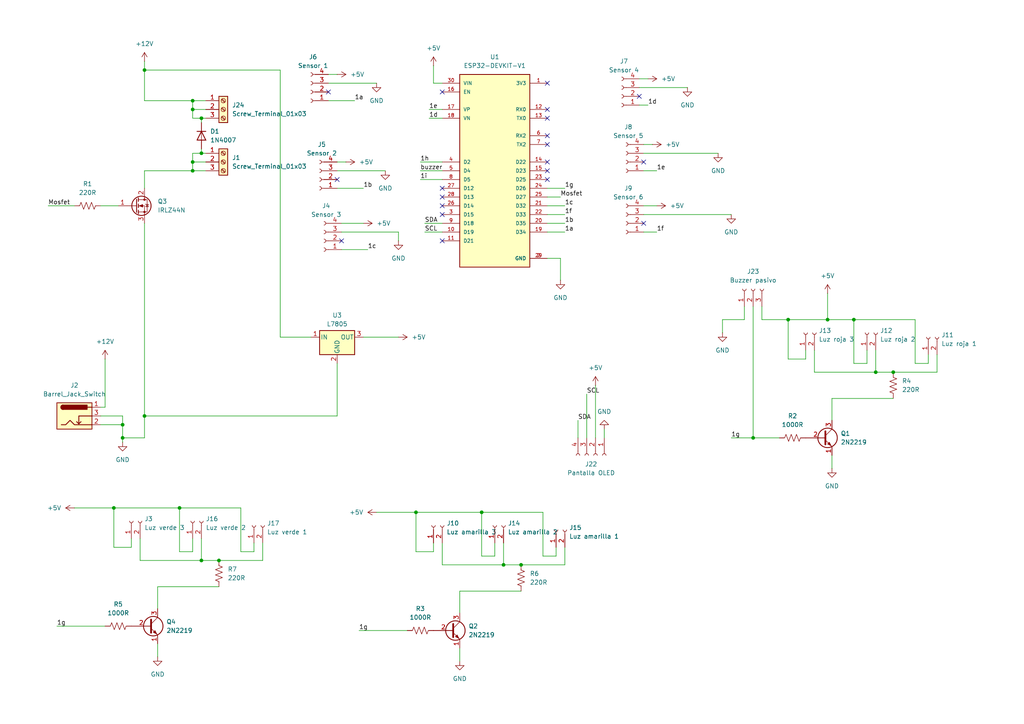
<source format=kicad_sch>
(kicad_sch (version 20231120) (generator "eeschema") (generator_version "8.0")
  (paper "A4")
  (lib_symbols
    (symbol "Connector:Barrel_Jack_Switch" (pin_names hide)
      (property "Reference" "J" (at 0 5.334 0))
      (property "Value" "Barrel_Jack_Switch" (at 0 -5.08 0))
      (symbol "Barrel_Jack_Switch_0_1"
        (rectangle (start -5.08 3.81) (end 5.08 -3.81) (stroke (width 0.254)) (fill (type background)))
        (arc (start -3.302 3.175) (mid -3.9343 2.54) (end -3.302 1.905) (stroke (width 0.254)))
        (arc (start -3.302 3.175) (mid -3.9343 2.54) (end -3.302 1.905) (stroke (width 0.254)) (fill (type outline)))
        (polyline (pts (xy 1.27 -2.286) (xy 1.905 -1.651)) (stroke (width 0.254)))
        (polyline (pts (xy 5.08 2.54) (xy 3.81 2.54)) (stroke (width 0.254)))
        (polyline (pts (xy 5.08 0) (xy 1.27 0) (xy 1.27 -2.286) (xy 0.635 -1.651)) (stroke (width 0.254)))
        (polyline (pts (xy -3.81 -2.54) (xy -2.54 -2.54) (xy -1.27 -1.27) (xy 0 -2.54) (xy 2.54 -2.54) (xy 5.08 -2.54)) (stroke (width 0.254)))
        (rectangle (start 3.683 3.175) (end -3.302 1.905) (stroke (width 0.254)) (fill (type outline)))
      )
      (symbol "Barrel_Jack_Switch_1_1"
        (pin passive line (at 7.62 2.54 180) (length 2.54) (name "~") (number "1"))
        (pin passive line (at 7.62 -2.54 180) (length 2.54) (name "~") (number "2"))
        (pin passive line (at 7.62 0 180) (length 2.54) (name "~") (number "3"))
      )
    )
    (symbol "Connector:Conn_01x02_Socket" (pin_names (offset 1.016) hide)
      (property "Reference" "J" (at 0 2.54 0))
      (property "Value" "Conn_01x02_Socket" (at 0 -5.08 0))
      (symbol "Conn_01x02_Socket_1_1"
        (arc (start 0 -2.032) (mid -0.5058 -2.54) (end 0 -3.048) (stroke (width 0.1524)))
        (polyline (pts (xy -1.27 -2.54) (xy -0.508 -2.54)) (stroke (width 0.1524)))
        (polyline (pts (xy -1.27 0) (xy -0.508 0)) (stroke (width 0.1524)))
        (arc (start 0 0.508) (mid -0.5058 0) (end 0 -0.508) (stroke (width 0.1524)))
        (pin passive line (at -5.08 0 0) (length 3.81) (name "Pin_1") (number "1"))
        (pin passive line (at -5.08 -2.54 0) (length 3.81) (name "Pin_2") (number "2"))
      )
    )
    (symbol "Connector:Conn_01x03_Socket" (pin_names (offset 1.016) hide)
      (property "Reference" "J" (at 0 5.08 0))
      (property "Value" "Conn_01x03_Socket" (at 0 -5.08 0))
      (symbol "Conn_01x03_Socket_1_1"
        (arc (start 0 -2.032) (mid -0.5058 -2.54) (end 0 -3.048) (stroke (width 0.1524)))
        (polyline (pts (xy -1.27 -2.54) (xy -0.508 -2.54)) (stroke (width 0.1524)))
        (polyline (pts (xy -1.27 0) (xy -0.508 0)) (stroke (width 0.1524)))
        (polyline (pts (xy -1.27 2.54) (xy -0.508 2.54)) (stroke (width 0.1524)))
        (arc (start 0 0.508) (mid -0.5058 0) (end 0 -0.508) (stroke (width 0.1524)))
        (arc (start 0 3.048) (mid -0.5058 2.54) (end 0 2.032) (stroke (width 0.1524)))
        (pin passive line (at -5.08 2.54 0) (length 3.81) (name "Pin_1") (number "1"))
        (pin passive line (at -5.08 0 0) (length 3.81) (name "Pin_2") (number "2"))
        (pin passive line (at -5.08 -2.54 0) (length 3.81) (name "Pin_3") (number "3"))
      )
    )
    (symbol "Connector:Conn_01x04_Socket" (pin_names (offset 1.016) hide)
      (property "Reference" "J" (at 0 5.08 0))
      (property "Value" "Conn_01x04_Socket" (at 0 -7.62 0))
      (symbol "Conn_01x04_Socket_1_1"
        (arc (start 0 -4.572) (mid -0.5058 -5.08) (end 0 -5.588) (stroke (width 0.1524)))
        (arc (start 0 -2.032) (mid -0.5058 -2.54) (end 0 -3.048) (stroke (width 0.1524)))
        (polyline (pts (xy -1.27 -5.08) (xy -0.508 -5.08)) (stroke (width 0.1524)))
        (polyline (pts (xy -1.27 -2.54) (xy -0.508 -2.54)) (stroke (width 0.1524)))
        (polyline (pts (xy -1.27 0) (xy -0.508 0)) (stroke (width 0.1524)))
        (polyline (pts (xy -1.27 2.54) (xy -0.508 2.54)) (stroke (width 0.1524)))
        (arc (start 0 0.508) (mid -0.5058 0) (end 0 -0.508) (stroke (width 0.1524)))
        (arc (start 0 3.048) (mid -0.5058 2.54) (end 0 2.032) (stroke (width 0.1524)))
        (pin passive line (at -5.08 2.54 0) (length 3.81) (name "Pin_1") (number "1"))
        (pin passive line (at -5.08 0 0) (length 3.81) (name "Pin_2") (number "2"))
        (pin passive line (at -5.08 -2.54 0) (length 3.81) (name "Pin_3") (number "3"))
        (pin passive line (at -5.08 -5.08 0) (length 3.81) (name "Pin_4") (number "4"))
      )
    )
    (symbol "Connector:Screw_Terminal_01x03" (pin_names (offset 1.016) hide)
      (property "Reference" "J" (at 0 5.08 0))
      (property "Value" "Screw_Terminal_01x03" (at 0 -5.08 0))
      (symbol "Screw_Terminal_01x03_1_1"
        (rectangle (start -1.27 3.81) (end 1.27 -3.81) (stroke (width 0.254)) (fill (type background)))
        (circle (center 0 -2.54) (radius 0.635) (stroke (width 0.1524)))
        (polyline (pts (xy -0.5334 -2.2098) (xy 0.3302 -3.048)) (stroke (width 0.1524)))
        (polyline (pts (xy -0.5334 0.3302) (xy 0.3302 -0.508)) (stroke (width 0.1524)))
        (polyline (pts (xy -0.5334 2.8702) (xy 0.3302 2.032)) (stroke (width 0.1524)))
        (polyline (pts (xy -0.3556 -2.032) (xy 0.508 -2.8702)) (stroke (width 0.1524)))
        (polyline (pts (xy -0.3556 0.508) (xy 0.508 -0.3302)) (stroke (width 0.1524)))
        (polyline (pts (xy -0.3556 3.048) (xy 0.508 2.2098)) (stroke (width 0.1524)))
        (circle (center 0 0) (radius 0.635) (stroke (width 0.1524)))
        (circle (center 0 2.54) (radius 0.635) (stroke (width 0.1524)))
        (pin passive line (at -5.08 2.54 0) (length 3.81) (name "Pin_1") (number "1"))
        (pin passive line (at -5.08 0 0) (length 3.81) (name "Pin_2") (number "2"))
        (pin passive line (at -5.08 -2.54 0) (length 3.81) (name "Pin_3") (number "3"))
      )
    )
    (symbol "Device:R_US" (pin_numbers hide) (pin_names (offset 0))
      (property "Reference" "R" (at 2.54 0 90))
      (property "Value" "R_US" (at -2.54 0 90))
      (symbol "R_US_0_1"
        (polyline (pts (xy 0 -2.286) (xy 0 -2.54)))
        (polyline (pts (xy 0 2.286) (xy 0 2.54)))
        (polyline (pts (xy 0 -0.762) (xy 1.016 -1.143) (xy 0 -1.524) (xy -1.016 -1.905) (xy 0 -2.286)))
        (polyline (pts (xy 0 0.762) (xy 1.016 0.381) (xy 0 0) (xy -1.016 -0.381) (xy 0 -0.762)))
        (polyline (pts (xy 0 2.286) (xy 1.016 1.905) (xy 0 1.524) (xy -1.016 1.143) (xy 0 0.762)))
      )
      (symbol "R_US_1_1"
        (pin passive line (at 0 3.81 270) (length 1.27) (name "~") (number "1"))
        (pin passive line (at 0 -3.81 90) (length 1.27) (name "~") (number "2"))
      )
    )
    (symbol "Diode:1N4007" (pin_numbers hide) (pin_names hide)
      (property "Reference" "D" (at 0 2.54 0))
      (property "Value" "1N4007" (at 0 -2.54 0))
      (symbol "1N4007_0_1"
        (polyline (pts (xy -1.27 1.27) (xy -1.27 -1.27)) (stroke (width 0.254)))
        (polyline (pts (xy 1.27 0) (xy -1.27 0)))
        (polyline (pts (xy 1.27 1.27) (xy 1.27 -1.27) (xy -1.27 0) (xy 1.27 1.27)) (stroke (width 0.254)))
      )
      (symbol "1N4007_1_1"
        (pin passive line (at -3.81 0 0) (length 2.54) (name "K") (number "1"))
        (pin passive line (at 3.81 0 180) (length 2.54) (name "A") (number "2"))
      )
    )
    (symbol "Regulator_Linear:L7805" (pin_names (offset 0.254))
      (property "Reference" "U" (at -3.81 3.175 0))
      (property "Value" "L7805" (at 0 3.175 0))
      (symbol "L7805_0_1"
        (rectangle (start -5.08 1.905) (end 5.08 -5.08) (stroke (width 0.254)) (fill (type background)))
      )
      (symbol "L7805_1_1"
        (pin power_in line (at -7.62 0 0) (length 2.54) (name "IN") (number "1"))
        (pin power_in line (at 0 -7.62 90) (length 2.54) (name "GND") (number "2"))
        (pin power_out line (at 7.62 0 180) (length 2.54) (name "OUT") (number "3"))
      )
    )
    (symbol "Transistor_BJT:2N2219" (pin_names (offset 0) hide)
      (property "Reference" "Q" (at 5.08 1.905 0))
      (property "Value" "2N2219" (at 5.08 0 0))
      (symbol "2N2219_0_1"
        (polyline (pts (xy 0.635 0.635) (xy 2.54 2.54)))
        (polyline (pts (xy 0.635 -0.635) (xy 2.54 -2.54) (xy 2.54 -2.54)))
        (polyline (pts (xy 0.635 1.905) (xy 0.635 -1.905) (xy 0.635 -1.905)) (stroke (width 0.508)))
        (polyline (pts (xy 1.27 -1.778) (xy 1.778 -1.27) (xy 2.286 -2.286) (xy 1.27 -1.778) (xy 1.27 -1.778)) (fill (type outline)))
        (circle (center 1.27 0) (radius 2.8194) (stroke (width 0.254)))
      )
      (symbol "2N2219_1_1"
        (pin passive line (at 2.54 -5.08 90) (length 2.54) (name "E") (number "1"))
        (pin passive line (at -5.08 0 0) (length 5.715) (name "B") (number "2"))
        (pin passive line (at 2.54 5.08 270) (length 2.54) (name "C") (number "3"))
      )
    )
    (symbol "Transistor_FET:IRLZ44N" (pin_names hide)
      (property "Reference" "Q" (at 5.08 1.905 0))
      (property "Value" "IRLZ44N" (at 5.08 0 0))
      (symbol "IRLZ44N_0_1"
        (polyline (pts (xy 0.254 0) (xy -2.54 0)))
        (polyline (pts (xy 0.254 1.905) (xy 0.254 -1.905)) (stroke (width 0.254)))
        (polyline (pts (xy 0.762 -1.27) (xy 0.762 -2.286)) (stroke (width 0.254)))
        (polyline (pts (xy 0.762 0.508) (xy 0.762 -0.508)) (stroke (width 0.254)))
        (polyline (pts (xy 0.762 2.286) (xy 0.762 1.27)) (stroke (width 0.254)))
        (polyline (pts (xy 2.54 2.54) (xy 2.54 1.778)))
        (polyline (pts (xy 2.54 -2.54) (xy 2.54 0) (xy 0.762 0)))
        (polyline (pts (xy 0.762 -1.778) (xy 3.302 -1.778) (xy 3.302 1.778) (xy 0.762 1.778)))
        (polyline (pts (xy 1.016 0) (xy 2.032 0.381) (xy 2.032 -0.381) (xy 1.016 0)) (fill (type outline)))
        (polyline (pts (xy 2.794 0.508) (xy 2.921 0.381) (xy 3.683 0.381) (xy 3.81 0.254)))
        (polyline (pts (xy 3.302 0.381) (xy 2.921 -0.254) (xy 3.683 -0.254) (xy 3.302 0.381)))
        (circle (center 1.651 0) (radius 2.794) (stroke (width 0.254)))
        (circle (center 2.54 -1.778) (radius 0.254) (fill (type outline)))
        (circle (center 2.54 1.778) (radius 0.254) (fill (type outline)))
      )
      (symbol "IRLZ44N_1_1"
        (pin input line (at -5.08 0 0) (length 2.54) (name "G") (number "1"))
        (pin passive line (at 2.54 5.08 270) (length 2.54) (name "D") (number "2"))
        (pin passive line (at 2.54 -5.08 90) (length 2.54) (name "S") (number "3"))
      )
    )
    (symbol "devkit-esp32:ESP32-DEVKIT-V1" (pin_names (offset 1.016))
      (property "Reference" "U" (at -10.16 30.48 0))
      (property "Value" "ESP32-DEVKIT-V1" (at -10.16 -30.48 0))
      (symbol "ESP32-DEVKIT-V1_0_0"
        (rectangle (start -10.16 -27.94) (end 10.16 27.94) (stroke (width 0.254)) (fill (type background)))
        (pin output line (at 15.24 25.4 180) (length 5.08) (name "3V3") (number "1"))
        (pin bidirectional line (at -15.24 -17.78 0) (length 5.08) (name "D19") (number "10"))
        (pin bidirectional line (at -15.24 -20.32 0) (length 5.08) (name "D21") (number "11"))
        (pin input line (at 15.24 17.78 180) (length 5.08) (name "RX0") (number "12"))
        (pin output line (at 15.24 15.24 180) (length 5.08) (name "TX0") (number "13"))
        (pin bidirectional line (at 15.24 2.54 180) (length 5.08) (name "D22") (number "14"))
        (pin bidirectional line (at 15.24 0 180) (length 5.08) (name "D23") (number "15"))
        (pin input line (at -15.24 22.86 0) (length 5.08) (name "EN") (number "16"))
        (pin bidirectional line (at -15.24 17.78 0) (length 5.08) (name "VP") (number "17"))
        (pin bidirectional line (at -15.24 15.24 0) (length 5.08) (name "VN") (number "18"))
        (pin bidirectional line (at 15.24 -17.78 180) (length 5.08) (name "D34") (number "19"))
        (pin power_in line (at 15.24 -25.4 180) (length 5.08) (name "GND") (number "2"))
        (pin bidirectional line (at 15.24 -15.24 180) (length 5.08) (name "D35") (number "20"))
        (pin bidirectional line (at 15.24 -10.16 180) (length 5.08) (name "D32") (number "21"))
        (pin bidirectional line (at 15.24 -12.7 180) (length 5.08) (name "D33") (number "22"))
        (pin bidirectional line (at 15.24 -2.54 180) (length 5.08) (name "D25") (number "23"))
        (pin bidirectional line (at 15.24 -5.08 180) (length 5.08) (name "D26") (number "24"))
        (pin bidirectional line (at 15.24 -7.62 180) (length 5.08) (name "D27") (number "25"))
        (pin bidirectional line (at -15.24 -10.16 0) (length 5.08) (name "D14") (number "26"))
        (pin bidirectional line (at -15.24 -5.08 0) (length 5.08) (name "D12") (number "27"))
        (pin bidirectional line (at -15.24 -7.62 0) (length 5.08) (name "D13") (number "28"))
        (pin power_in line (at 15.24 -25.4 180) (length 5.08) (name "GND") (number "29"))
        (pin bidirectional line (at -15.24 -12.7 0) (length 5.08) (name "D15") (number "3"))
        (pin input line (at -15.24 25.4 0) (length 5.08) (name "VIN") (number "30"))
        (pin bidirectional line (at -15.24 2.54 0) (length 5.08) (name "D2") (number "4"))
        (pin bidirectional line (at -15.24 0 0) (length 5.08) (name "D4") (number "5"))
        (pin input line (at 15.24 10.16 180) (length 5.08) (name "RX2") (number "6"))
        (pin output line (at 15.24 7.62 180) (length 5.08) (name "TX2") (number "7"))
        (pin bidirectional line (at -15.24 -2.54 0) (length 5.08) (name "D5") (number "8"))
        (pin bidirectional line (at -15.24 -15.24 0) (length 5.08) (name "D18") (number "9"))
      )
    )
    (symbol "power:+12V" (power) (pin_numbers hide) (pin_names (offset 0) hide)
      (property "Value" "+12V" (at 0 3.556 0))
      (symbol "+12V_0_1"
        (polyline (pts (xy -0.762 1.27) (xy 0 2.54)))
        (polyline (pts (xy 0 0) (xy 0 2.54)))
        (polyline (pts (xy 0 2.54) (xy 0.762 1.27)))
      )
      (symbol "+12V_1_1"
        (pin power_in line (at 0 0 90) (length 0) (name "~") (number "1"))
      )
    )
    (symbol "power:+5V" (power) (pin_numbers hide) (pin_names (offset 0) hide)
      (property "Value" "+5V" (at 0 3.556 0))
      (symbol "+5V_0_1"
        (polyline (pts (xy -0.762 1.27) (xy 0 2.54)))
        (polyline (pts (xy 0 0) (xy 0 2.54)))
        (polyline (pts (xy 0 2.54) (xy 0.762 1.27)))
      )
      (symbol "+5V_1_1"
        (pin power_in line (at 0 0 90) (length 0) (name "~") (number "1"))
      )
    )
    (symbol "power:GND" (power) (pin_numbers hide) (pin_names (offset 0) hide)
      (property "Value" "GND" (at 0 -3.81 0))
      (symbol "GND_0_1"
        (polyline (pts (xy 0 0) (xy 0 -1.27) (xy 1.27 -1.27) (xy 0 -2.54) (xy -1.27 -1.27) (xy 0 -1.27)))
      )
      (symbol "GND_1_1"
        (pin power_in line (at 0 0 270) (length 0) (name "~") (number "1"))
      )
    )
  )
  (junction (at 35.56 123.19))
  (junction (at 35.56 127))
  (junction (at 58.42 162.56))
  (junction (at 55.88 31.75))
  (junction (at 247.65 92.71))
  (junction (at 254 107.95))
  (junction (at 240.03 92.71))
  (junction (at 146.05 163.83))
  (junction (at 52.07 147.32))
  (junction (at 33.02 147.32))
  (junction (at 139.7 148.59))
  (junction (at 259.08 107.95))
  (junction (at 58.42 44.45))
  (junction (at 58.42 34.29))
  (junction (at 55.88 49.53))
  (junction (at 41.91 120.65))
  (junction (at 151.13 163.83))
  (junction (at 41.91 20.32))
  (junction (at 120.65 148.59))
  (junction (at 63.5 162.56))
  (junction (at 55.88 46.99))
  (junction (at 55.88 29.21))
  (junction (at 218.44 127))
  (junction (at 228.6 92.71))
  (no_connect (at 128.27 57.15))
  (no_connect (at 158.75 46.99))
  (no_connect (at 128.27 26.67))
  (no_connect (at 99.06 69.85))
  (no_connect (at 158.75 24.13))
  (no_connect (at 158.75 52.07))
  (no_connect (at 158.75 49.53))
  (no_connect (at 128.27 54.61))
  (no_connect (at 95.25 26.67))
  (no_connect (at 186.69 64.77))
  (no_connect (at 185.42 27.94))
  (no_connect (at 158.75 41.91))
  (no_connect (at 128.27 59.69))
  (no_connect (at 158.75 34.29))
  (no_connect (at 158.75 39.37))
  (no_connect (at 128.27 62.23))
  (no_connect (at 97.79 52.07))
  (no_connect (at 158.75 31.75))
  (no_connect (at 128.27 69.85))
  (no_connect (at 186.69 46.99))
  (wire (pts (xy 218.44 127) (xy 226.06 127)))
  (wire (pts (xy 157.48 148.59) (xy 157.48 161.29)))
  (wire (pts (xy 161.29 161.29) (xy 157.48 161.29)))
  (wire (pts (xy 241.3 115.57) (xy 259.08 115.57)))
  (wire (pts (xy 55.88 49.53) (xy 59.69 49.53)))
  (wire (pts (xy 199.39 25.4) (xy 185.42 25.4)))
  (wire (pts (xy 41.91 29.21) (xy 55.88 29.21)))
  (wire (pts (xy 40.64 162.56) (xy 58.42 162.56)))
  (wire (pts (xy 241.3 121.92) (xy 241.3 115.57)))
  (wire (pts (xy 55.88 29.21) (xy 59.69 29.21)))
  (wire (pts (xy 13.97 59.69) (xy 21.59 59.69)))
  (wire (pts (xy 115.57 67.31) (xy 115.57 69.85)))
  (wire (pts (xy 271.78 107.95) (xy 271.78 102.87)))
  (wire (pts (xy 172.72 111.76) (xy 172.72 127)))
  (wire (pts (xy 187.96 22.86) (xy 185.42 22.86)))
  (wire (pts (xy 151.13 163.83) (xy 163.83 163.83)))
  (wire (pts (xy 251.46 101.6) (xy 251.46 105.41)))
  (wire (pts (xy 58.42 162.56) (xy 63.5 162.56)))
  (wire (pts (xy 186.69 49.53) (xy 190.5 49.53)))
  (wire (pts (xy 228.6 92.71) (xy 228.6 104.14)))
  (wire (pts (xy 55.88 46.99) (xy 55.88 49.53)))
  (wire (pts (xy 59.69 31.75) (xy 55.88 31.75)))
  (wire (pts (xy 158.75 67.31) (xy 163.83 67.31)))
  (wire (pts (xy 215.9 88.9) (xy 215.9 92.71)))
  (wire (pts (xy 139.7 148.59) (xy 157.48 148.59)))
  (wire (pts (xy 162.56 74.93) (xy 162.56 81.28)))
  (wire (pts (xy 158.75 74.93) (xy 162.56 74.93)))
  (wire (pts (xy 97.79 54.61) (xy 105.41 54.61)))
  (wire (pts (xy 121.92 52.07) (xy 128.27 52.07)))
  (wire (pts (xy 146.05 157.48) (xy 146.05 163.83)))
  (wire (pts (xy 120.65 148.59) (xy 139.7 148.59)))
  (wire (pts (xy 41.91 20.32) (xy 41.91 29.21)))
  (wire (pts (xy 29.21 120.65) (xy 35.56 120.65)))
  (wire (pts (xy 209.55 92.71) (xy 209.55 96.52)))
  (wire (pts (xy 247.65 92.71) (xy 247.65 105.41)))
  (wire (pts (xy 59.69 44.45) (xy 58.42 44.45)))
  (wire (pts (xy 38.1 156.21) (xy 38.1 158.75)))
  (wire (pts (xy 40.64 156.21) (xy 40.64 162.56)))
  (wire (pts (xy 58.42 156.21) (xy 58.42 162.56)))
  (wire (pts (xy 21.59 147.32) (xy 33.02 147.32)))
  (wire (pts (xy 218.44 88.9) (xy 218.44 127)))
  (wire (pts (xy 35.56 120.65) (xy 35.56 123.19)))
  (wire (pts (xy 45.72 170.18) (xy 63.5 170.18)))
  (wire (pts (xy 69.85 147.32) (xy 69.85 160.02)))
  (wire (pts (xy 55.88 46.99) (xy 59.69 46.99)))
  (wire (pts (xy 175.26 124.46) (xy 175.26 127)))
  (wire (pts (xy 111.76 49.53) (xy 97.79 49.53)))
  (wire (pts (xy 233.68 101.6) (xy 233.68 104.14)))
  (wire (pts (xy 189.23 41.91) (xy 186.69 41.91)))
  (wire (pts (xy 125.73 19.05) (xy 125.73 24.13)))
  (wire (pts (xy 220.98 88.9) (xy 220.98 92.71)))
  (wire (pts (xy 123.19 67.31) (xy 128.27 67.31)))
  (wire (pts (xy 158.75 57.15) (xy 162.56 57.15)))
  (wire (pts (xy 30.48 104.14) (xy 30.48 118.11)))
  (wire (pts (xy 247.65 92.71) (xy 265.43 92.71)))
  (wire (pts (xy 128.27 24.13) (xy 125.73 24.13)))
  (wire (pts (xy 63.5 162.56) (xy 76.2 162.56)))
  (wire (pts (xy 139.7 148.59) (xy 139.7 161.29)))
  (wire (pts (xy 109.22 148.59) (xy 120.65 148.59)))
  (wire (pts (xy 99.06 64.77) (xy 105.41 64.77)))
  (wire (pts (xy 125.73 157.48) (xy 125.73 160.02)))
  (wire (pts (xy 41.91 120.65) (xy 41.91 127)))
  (wire (pts (xy 121.92 49.53) (xy 128.27 49.53)))
  (wire (pts (xy 241.3 132.08) (xy 241.3 135.89)))
  (wire (pts (xy 73.66 160.02) (xy 69.85 160.02)))
  (wire (pts (xy 228.6 104.14) (xy 233.68 104.14)))
  (wire (pts (xy 128.27 163.83) (xy 146.05 163.83)))
  (wire (pts (xy 95.25 29.21) (xy 102.87 29.21)))
  (wire (pts (xy 133.35 187.96) (xy 133.35 191.77)))
  (wire (pts (xy 73.66 157.48) (xy 73.66 160.02)))
  (wire (pts (xy 97.79 21.59) (xy 95.25 21.59)))
  (wire (pts (xy 146.05 163.83) (xy 151.13 163.83)))
  (wire (pts (xy 41.91 64.77) (xy 41.91 120.65)))
  (wire (pts (xy 97.79 105.41) (xy 97.79 120.65)))
  (wire (pts (xy 240.03 85.09) (xy 240.03 92.71)))
  (wire (pts (xy 265.43 92.71) (xy 265.43 105.41)))
  (wire (pts (xy 215.9 92.71) (xy 209.55 92.71)))
  (wire (pts (xy 59.69 34.29) (xy 58.42 34.29)))
  (wire (pts (xy 41.91 20.32) (xy 81.28 20.32)))
  (wire (pts (xy 55.88 156.21) (xy 55.88 160.02)))
  (wire (pts (xy 212.09 127) (xy 218.44 127)))
  (wire (pts (xy 128.27 157.48) (xy 128.27 163.83)))
  (wire (pts (xy 186.69 67.31) (xy 190.5 67.31)))
  (wire (pts (xy 41.91 49.53) (xy 41.91 54.61)))
  (wire (pts (xy 55.88 29.21) (xy 55.88 31.75)))
  (wire (pts (xy 251.46 105.41) (xy 247.65 105.41)))
  (wire (pts (xy 259.08 107.95) (xy 271.78 107.95)))
  (wire (pts (xy 124.46 31.75) (xy 128.27 31.75)))
  (wire (pts (xy 186.69 59.69) (xy 190.5 59.69)))
  (wire (pts (xy 143.51 157.48) (xy 143.51 161.29)))
  (wire (pts (xy 158.75 62.23) (xy 163.83 62.23)))
  (wire (pts (xy 41.91 49.53) (xy 55.88 49.53)))
  (wire (pts (xy 123.19 64.77) (xy 128.27 64.77)))
  (wire (pts (xy 161.29 158.75) (xy 161.29 161.29)))
  (wire (pts (xy 55.88 44.45) (xy 55.88 46.99)))
  (wire (pts (xy 41.91 17.78) (xy 41.91 20.32)))
  (wire (pts (xy 76.2 162.56) (xy 76.2 157.48)))
  (wire (pts (xy 41.91 120.65) (xy 97.79 120.65)))
  (wire (pts (xy 186.69 62.23) (xy 212.09 62.23)))
  (wire (pts (xy 29.21 118.11) (xy 30.48 118.11)))
  (wire (pts (xy 133.35 177.8) (xy 133.35 171.45)))
  (wire (pts (xy 269.24 105.41) (xy 265.43 105.41)))
  (wire (pts (xy 109.22 24.13) (xy 95.25 24.13)))
  (wire (pts (xy 41.91 127) (xy 35.56 127)))
  (wire (pts (xy 52.07 147.32) (xy 52.07 160.02)))
  (wire (pts (xy 105.41 97.79) (xy 115.57 97.79)))
  (wire (pts (xy 254 107.95) (xy 259.08 107.95)))
  (wire (pts (xy 55.88 31.75) (xy 55.88 34.29)))
  (wire (pts (xy 29.21 123.19) (xy 35.56 123.19)))
  (wire (pts (xy 81.28 20.32) (xy 81.28 97.79)))
  (wire (pts (xy 45.72 186.69) (xy 45.72 190.5)))
  (wire (pts (xy 55.88 34.29) (xy 58.42 34.29)))
  (wire (pts (xy 167.64 121.92) (xy 167.64 127)))
  (wire (pts (xy 228.6 92.71) (xy 240.03 92.71)))
  (wire (pts (xy 185.42 30.48) (xy 187.96 30.48)))
  (wire (pts (xy 120.65 148.59) (xy 120.65 160.02)))
  (wire (pts (xy 35.56 123.19) (xy 35.56 127)))
  (wire (pts (xy 29.21 59.69) (xy 34.29 59.69)))
  (wire (pts (xy 236.22 107.95) (xy 254 107.95)))
  (wire (pts (xy 236.22 101.6) (xy 236.22 107.95)))
  (wire (pts (xy 240.03 92.71) (xy 247.65 92.71)))
  (wire (pts (xy 186.69 44.45) (xy 208.28 44.45)))
  (wire (pts (xy 133.35 171.45) (xy 151.13 171.45)))
  (wire (pts (xy 158.75 59.69) (xy 163.83 59.69)))
  (wire (pts (xy 45.72 176.53) (xy 45.72 170.18)))
  (wire (pts (xy 120.65 160.02) (xy 125.73 160.02)))
  (wire (pts (xy 52.07 147.32) (xy 69.85 147.32)))
  (wire (pts (xy 58.42 44.45) (xy 58.42 43.18)))
  (wire (pts (xy 58.42 34.29) (xy 58.42 35.56)))
  (wire (pts (xy 81.28 97.79) (xy 90.17 97.79)))
  (wire (pts (xy 33.02 147.32) (xy 33.02 158.75)))
  (wire (pts (xy 104.14 182.88) (xy 118.11 182.88)))
  (wire (pts (xy 124.46 34.29) (xy 128.27 34.29)))
  (wire (pts (xy 35.56 127) (xy 35.56 128.27)))
  (wire (pts (xy 220.98 92.71) (xy 228.6 92.71)))
  (wire (pts (xy 33.02 158.75) (xy 38.1 158.75)))
  (wire (pts (xy 100.33 46.99) (xy 97.79 46.99)))
  (wire (pts (xy 143.51 161.29) (xy 139.7 161.29)))
  (wire (pts (xy 99.06 67.31) (xy 115.57 67.31)))
  (wire (pts (xy 121.92 46.99) (xy 128.27 46.99)))
  (wire (pts (xy 170.18 114.3) (xy 170.18 127)))
  (wire (pts (xy 158.75 64.77) (xy 163.83 64.77)))
  (wire (pts (xy 33.02 147.32) (xy 52.07 147.32)))
  (wire (pts (xy 58.42 44.45) (xy 55.88 44.45)))
  (wire (pts (xy 163.83 163.83) (xy 163.83 158.75)))
  (wire (pts (xy 269.24 102.87) (xy 269.24 105.41)))
  (wire (pts (xy 158.75 54.61) (xy 163.83 54.61)))
  (wire (pts (xy 99.06 72.39) (xy 106.68 72.39)))
  (wire (pts (xy 55.88 160.02) (xy 52.07 160.02)))
  (wire (pts (xy 254 101.6) (xy 254 107.95)))
  (wire (pts (xy 16.51 181.61) (xy 30.48 181.61)))
  (label "1c" (at 106.68 72.39 0))
  (label "1e" (at 190.5 49.53 0))
  (label "1g" (at 16.51 181.61 0))
  (label "Mosfet" (at 13.97 59.69 0))
  (label "1e" (at 124.46 31.75 0))
  (label "1g" (at 163.83 54.61 0))
  (label "1d" (at 124.46 34.29 0))
  (label "1c" (at 163.83 59.69 0))
  (label "1h" (at 121.92 46.99 0))
  (label "Mosfet" (at 162.56 57.15 0))
  (label "1g" (at 104.14 182.88 0))
  (label "1f" (at 190.5 67.31 0))
  (label "1g" (at 212.09 127 0))
  (label "1i" (at 121.92 52.07 0))
  (label "1a" (at 163.83 67.31 0))
  (label "buzzer" (at 121.92 49.53 0))
  (label "1a" (at 102.87 29.21 0))
  (label "SDA" (at 167.64 121.92 0))
  (label "SCL" (at 123.19 67.31 0))
  (label "SDA" (at 123.19 64.77 0))
  (label "1f" (at 163.83 62.23 0))
  (label "SCL" (at 170.18 114.3 0))
  (label "1b" (at 105.41 54.61 0))
  (label "1b" (at 163.83 64.77 0))
  (label "1d" (at 187.96 30.48 0))
  (symbol (lib_id "Connector:Conn_01x02_Socket") (at 73.66 152.4 90) (unit 1)
    (property "Reference" "J17" (at 77.47 151.7649 90) (effects (justify right)))
    (property "Value" "Luz verde 1" (at 77.47 154.3049 90) (effects (justify right)))
    (property "Footprint" "Connector_PinSocket_2.54mm:PinSocket_1x02_P2.54mm_Vertical" (effects (hide yes)))
    (property "Description" "Generic connector, single row, 01x02, script generated" (effects (hide yes)))
  )
  (symbol (lib_id "devkit-esp32:ESP32-DEVKIT-V1") (at 143.51 49.53 0) (unit 1)
    (property "Reference" "U1" (at 143.51 16.51 0))
    (property "Value" "ESP32-DEVKIT-V1" (at 143.51 19.05 0))
    (property "Footprint" "devkitesp-32:MODULE_ESP32_DEVKIT_V1" (effects (hide yes)))
    (property "MF" "Do it" (effects (hide yes)))
    (property "MAXIMUM_PACKAGE_HEIGHT" "6.8 mm" (effects (hide yes)))
    (property "Package" "None" (effects (hide yes)))
    (property "Price" "None" (effects (hide yes)))
    (property "Check_prices" "https://www.snapeda.com/parts/ESP32-DEVKIT-V1/Do+it/view-part/?ref=eda" (effects (hide yes)))
    (property "STANDARD" "Manufacturer Recommendations" (effects (hide yes)))
    (property "PARTREV" "N/A" (effects (hide yes)))
    (property "SnapEDA_Link" "https://www.snapeda.com/parts/ESP32-DEVKIT-V1/Do+it/view-part/?ref=snap" (effects (hide yes)))
    (property "MP" "ESP32-DEVKIT-V1" (effects (hide yes)))
    (property "Description_1" "\n                        \n                            Dual core, Wi-Fi: 2.4 GHz up to 150 Mbits/s,BLE (Bluetooth Low Energy) and legacy Bluetooth, 32 bits, Up to 240 MHz\n                        \n" (effects (hide yes)))
    (property "Availability" "Not in stock" (effects (hide yes)))
    (property "MANUFACTURER" "DOIT" (effects (hide yes)))
  )
  (symbol (lib_id "Transistor_BJT:2N2219") (at 238.76 127 0) (unit 1)
    (property "Reference" "Q1" (at 243.84 125.7299 0) (effects (justify left)))
    (property "Value" "2N2219" (at 243.84 128.2699 0) (effects (justify left)))
    (property "Footprint" "Package_TO_SOT_THT:TO-39-3" (effects (hide yes)))
    (property "Datasheet" "http://www.onsemi.com/pub_link/Collateral/2N2219-D.PDF" (effects (hide yes)))
    (property "Description" "800mA Ic, 50V Vce, NPN Transistor, TO-39" (effects (hide yes)))
  )
  (symbol (lib_id "Device:R_US") (at 25.4 59.69 90) (unit 1)
    (property "Reference" "R1" (at 25.4 53.34 90))
    (property "Value" "220R" (at 25.4 55.88 90))
    (property "Footprint" "Resistor_THT:R_Axial_DIN0204_L3.6mm_D1.6mm_P7.62mm_Horizontal" (effects (hide yes)))
    (property "Description" "Resistor, US symbol" (effects (hide yes)))
  )
  (symbol (lib_id "Connector:Conn_01x02_Socket") (at 161.29 153.67 90) (unit 1)
    (property "Reference" "J15" (at 165.1 153.0349 90) (effects (justify right)))
    (property "Value" "Luz amarilla 1" (at 165.1 155.5749 90) (effects (justify right)))
    (property "Footprint" "Connector_PinSocket_2.54mm:PinSocket_1x02_P2.54mm_Vertical" (effects (hide yes)))
    (property "Description" "Generic connector, single row, 01x02, script generated" (effects (hide yes)))
  )
  (symbol (lib_id "power:GND") (at 115.57 69.85 0) (unit 1)
    (property "Reference" "#PWR03" (effects (hide yes)))
    (property "Value" "GND" (at 115.57 74.93 0))
    (property "Description" "Power symbol creates a global label with name \"GND\" , ground" (effects (hide yes)))
  )
  (symbol (lib_id "Device:R_US") (at 121.92 182.88 90) (unit 1)
    (property "Reference" "R3" (at 121.92 176.53 90))
    (property "Value" "1000R" (at 121.92 179.07 90))
    (property "Footprint" "Resistor_THT:R_Axial_DIN0204_L3.6mm_D1.6mm_P7.62mm_Horizontal" (effects (hide yes)))
    (property "Description" "Resistor, US symbol" (effects (hide yes)))
  )
  (symbol (lib_id "power:+5V") (at 109.22 148.59 90) (unit 1)
    (property "Reference" "#PWR017" (effects (hide yes)))
    (property "Value" "+5V" (at 105.41 148.5899 90) (effects (justify left)))
    (property "Description" "Power symbol creates a global label with name \"+5V\"" (effects (hide yes)))
  )
  (symbol (lib_id "power:+5V") (at 97.79 21.59 270) (unit 1)
    (property "Reference" "#PWR09" (effects (hide yes)))
    (property "Value" "+5V" (at 101.6 21.5899 90) (effects (justify left)))
    (property "Description" "Power symbol creates a global label with name \"+5V\"" (effects (hide yes)))
  )
  (symbol (lib_id "power:GND") (at 111.76 49.53 0) (unit 1)
    (property "Reference" "#PWR06" (effects (hide yes)))
    (property "Value" "GND" (at 111.76 54.61 0))
    (property "Description" "Power symbol creates a global label with name \"GND\" , ground" (effects (hide yes)))
  )
  (symbol (lib_id "Device:R_US") (at 229.87 127 90) (unit 1)
    (property "Reference" "R2" (at 229.87 120.65 90))
    (property "Value" "1000R" (at 229.87 123.19 90))
    (property "Footprint" "Resistor_THT:R_Axial_DIN0204_L3.6mm_D1.6mm_P7.62mm_Horizontal" (effects (hide yes)))
    (property "Description" "Resistor, US symbol" (effects (hide yes)))
  )
  (symbol (lib_id "Connector:Conn_01x04_Socket") (at 90.17 26.67 180) (unit 1)
    (property "Reference" "J6" (at 90.805 16.51 0))
    (property "Value" "Sensor 1" (at 90.805 19.05 0))
    (property "Footprint" "Connector_PinHeader_2.54mm:PinHeader_1x04_P2.54mm_Vertical" (effects (hide yes)))
    (property "Description" "Generic connector, single row, 01x04, script generated" (effects (hide yes)))
  )
  (symbol (lib_id "Connector:Barrel_Jack_Switch") (at 21.59 120.65 0) (unit 1)
    (property "Reference" "J2" (at 21.59 111.76 0))
    (property "Value" "Barrel_Jack_Switch" (at 21.59 114.3 0))
    (property "Footprint" "Connector_BarrelJack:BarrelJack_Horizontal" (effects (hide yes)))
    (property "Description" "DC Barrel Jack with an internal switch" (effects (hide yes)))
  )
  (symbol (lib_id "power:+5V") (at 187.96 22.86 270) (unit 1)
    (property "Reference" "#PWR011" (effects (hide yes)))
    (property "Value" "+5V" (at 191.77 22.8599 90) (effects (justify left)))
    (property "Description" "Power symbol creates a global label with name \"+5V\"" (effects (hide yes)))
  )
  (symbol (lib_id "power:GND") (at 212.09 62.23 0) (unit 1)
    (property "Reference" "#PWR08" (effects (hide yes)))
    (property "Value" "GND" (at 212.09 67.31 0))
    (property "Description" "Power symbol creates a global label with name \"GND\" , ground" (effects (hide yes)))
  )
  (symbol (lib_id "power:GND") (at 133.35 191.77 0) (unit 1)
    (property "Reference" "#PWR022" (effects (hide yes)))
    (property "Value" "GND" (at 133.35 196.85 0))
    (property "Description" "Power symbol creates a global label with name \"GND\" , ground" (effects (hide yes)))
  )
  (symbol (lib_id "Device:R_US") (at 63.5 166.37 180) (unit 1)
    (property "Reference" "R7" (at 66.04 165.0999 0) (effects (justify right)))
    (property "Value" "220R" (at 66.04 167.6399 0) (effects (justify right)))
    (property "Footprint" "Resistor_THT:R_Axial_DIN0204_L3.6mm_D1.6mm_P7.62mm_Horizontal" (effects (hide yes)))
    (property "Description" "Resistor, US symbol" (effects (hide yes)))
  )
  (symbol (lib_id "power:GND") (at 175.26 124.46 180) (unit 1)
    (property "Reference" "#PWR018" (effects (hide yes)))
    (property "Value" "GND" (at 175.26 119.38 0))
    (property "Description" "Power symbol creates a global label with name \"GND\" , ground" (effects (hide yes)))
  )
  (symbol (lib_id "Device:R_US") (at 34.29 181.61 90) (unit 1)
    (property "Reference" "R5" (at 34.29 175.26 90))
    (property "Value" "1000R" (at 34.29 177.8 90))
    (property "Footprint" "Resistor_THT:R_Axial_DIN0204_L3.6mm_D1.6mm_P7.62mm_Horizontal" (effects (hide yes)))
    (property "Description" "Resistor, US symbol" (effects (hide yes)))
  )
  (symbol (lib_id "power:+5V") (at 21.59 147.32 90) (unit 1)
    (property "Reference" "#PWR014" (effects (hide yes)))
    (property "Value" "+5V" (at 17.78 147.3199 90) (effects (justify left)))
    (property "Description" "Power symbol creates a global label with name \"+5V\"" (effects (hide yes)))
  )
  (symbol (lib_id "power:+5V") (at 190.5 59.69 270) (unit 1)
    (property "Reference" "#PWR07" (effects (hide yes)))
    (property "Value" "+5V" (at 194.31 59.6899 90) (effects (justify left)))
    (property "Description" "Power symbol creates a global label with name \"+5V\"" (effects (hide yes)))
  )
  (symbol (lib_id "Connector:Conn_01x04_Socket") (at 92.71 52.07 180) (unit 1)
    (property "Reference" "J5" (at 93.345 41.91 0))
    (property "Value" "Sensor 2" (at 93.345 44.45 0))
    (property "Footprint" "Connector_PinHeader_2.54mm:PinHeader_1x04_P2.54mm_Vertical" (effects (hide yes)))
    (property "Description" "Generic connector, single row, 01x04, script generated" (effects (hide yes)))
  )
  (symbol (lib_id "Connector:Conn_01x02_Socket") (at 269.24 97.79 90) (unit 1)
    (property "Reference" "J11" (at 273.05 97.1549 90) (effects (justify right)))
    (property "Value" "Luz roja 1" (at 273.05 99.6949 90) (effects (justify right)))
    (property "Footprint" "Connector_PinSocket_2.54mm:PinSocket_1x02_P2.54mm_Vertical" (effects (hide yes)))
    (property "Description" "Generic connector, single row, 01x02, script generated" (effects (hide yes)))
  )
  (symbol (lib_id "Connector:Conn_01x04_Socket") (at 181.61 64.77 180) (unit 1)
    (property "Reference" "J9" (at 182.245 54.61 0))
    (property "Value" "Sensor 6" (at 182.245 57.15 0))
    (property "Footprint" "Connector_PinHeader_2.54mm:PinHeader_1x04_P2.54mm_Vertical" (effects (hide yes)))
    (property "Description" "Generic connector, single row, 01x04, script generated" (effects (hide yes)))
  )
  (symbol (lib_id "power:+5V") (at 115.57 97.79 270) (unit 1)
    (property "Reference" "#PWR033" (effects (hide yes)))
    (property "Value" "+5V" (at 119.38 97.7899 90) (effects (justify left)))
    (property "Description" "Power symbol creates a global label with name \"+5V\"" (effects (hide yes)))
  )
  (symbol (lib_id "Diode:1N4007") (at 58.42 39.37 270) (unit 1)
    (property "Reference" "D1" (at 60.96 38.0999 90) (effects (justify left)))
    (property "Value" "1N4007" (at 60.96 40.6399 90) (effects (justify left)))
    (property "Footprint" "Diode_THT:D_DO-41_SOD81_P10.16mm_Horizontal" (effects (hide yes)))
    (property "Datasheet" "http://www.vishay.com/docs/88503/1n4001.pdf" (effects (hide yes)))
    (property "Description" "1000V 1A General Purpose Rectifier Diode, DO-41" (effects (hide yes)))
    (property "Sim.Device" "D" (effects (hide yes)))
    (property "Sim.Pins" "1=K 2=A" (effects (hide yes)))
  )
  (symbol (lib_id "Connector:Conn_01x02_Socket") (at 38.1 151.13 90) (unit 1)
    (property "Reference" "J3" (at 41.91 150.4949 90) (effects (justify right)))
    (property "Value" "Luz verde 3" (at 41.91 153.0349 90) (effects (justify right)))
    (property "Footprint" "Connector_PinSocket_2.54mm:PinSocket_1x02_P2.54mm_Vertical" (effects (hide yes)))
    (property "Description" "Generic connector, single row, 01x02, script generated" (effects (hide yes)))
  )
  (symbol (lib_id "power:GND") (at 109.22 24.13 0) (unit 1)
    (property "Reference" "#PWR010" (effects (hide yes)))
    (property "Value" "GND" (at 109.22 29.21 0))
    (property "Description" "Power symbol creates a global label with name \"GND\" , ground" (effects (hide yes)))
  )
  (symbol (lib_id "Connector:Screw_Terminal_01x03") (at 64.77 31.75 0) (unit 1)
    (property "Reference" "J24" (at 67.31 30.4799 0) (effects (justify left)))
    (property "Value" "Screw_Terminal_01x03" (at 67.31 33.0199 0) (effects (justify left)))
    (property "Footprint" "TerminalBlock:TerminalBlock_bornier-3_P5.08mm" (effects (hide yes)))
    (property "Description" "Generic screw terminal, single row, 01x03, script generated (kicad-library-utils/schlib/autogen/connector/)" (effects (hide yes)))
  )
  (symbol (lib_id "power:GND") (at 209.55 96.52 0) (unit 1)
    (property "Reference" "#PWR020" (effects (hide yes)))
    (property "Value" "GND" (at 209.55 101.6 0))
    (property "Description" "Power symbol creates a global label with name \"GND\" , ground" (effects (hide yes)))
  )
  (symbol (lib_id "Connector:Conn_01x04_Socket") (at 180.34 27.94 180) (unit 1)
    (property "Reference" "J7" (at 180.975 17.78 0))
    (property "Value" "Sensor 4" (at 180.975 20.32 0))
    (property "Footprint" "Connector_PinHeader_2.54mm:PinHeader_1x04_P2.54mm_Vertical" (effects (hide yes)))
    (property "Description" "Generic connector, single row, 01x04, script generated" (effects (hide yes)))
  )
  (symbol (lib_id "Transistor_FET:IRLZ44N") (at 39.37 59.69 0) (unit 1)
    (property "Reference" "Q3" (at 45.72 58.4199 0) (effects (justify left)))
    (property "Value" "IRLZ44N" (at 45.72 60.9599 0) (effects (justify left)))
    (property "Footprint" "Package_TO_SOT_THT:TO-220-3_Vertical" (effects (hide yes)))
    (property "Datasheet" "http://www.irf.com/product-info/datasheets/data/irlz44n.pdf" (effects (hide yes)))
    (property "Description" "47A Id, 55V Vds, 22mOhm Rds Single N-Channel HEXFET Power MOSFET, TO-220AB" (effects (hide yes)))
  )
  (symbol (lib_id "Connector:Conn_01x02_Socket") (at 233.68 96.52 90) (unit 1)
    (property "Reference" "J13" (at 237.49 95.8849 90) (effects (justify right)))
    (property "Value" "Luz roja 3" (at 237.49 98.4249 90) (effects (justify right)))
    (property "Footprint" "Connector_PinSocket_2.54mm:PinSocket_1x02_P2.54mm_Vertical" (effects (hide yes)))
    (property "Description" "Generic connector, single row, 01x02, script generated" (effects (hide yes)))
  )
  (symbol (lib_id "power:+12V") (at 41.91 17.78 0) (unit 1)
    (property "Reference" "#PWR016" (effects (hide yes)))
    (property "Value" "+12V" (at 41.91 12.7 0))
    (property "Description" "Power symbol creates a global label with name \"+12V\"" (effects (hide yes)))
  )
  (symbol (lib_id "Transistor_BJT:2N2219") (at 130.81 182.88 0) (unit 1)
    (property "Reference" "Q2" (at 135.89 181.6099 0) (effects (justify left)))
    (property "Value" "2N2219" (at 135.89 184.1499 0) (effects (justify left)))
    (property "Footprint" "Package_TO_SOT_THT:TO-39-3" (effects (hide yes)))
    (property "Datasheet" "http://www.onsemi.com/pub_link/Collateral/2N2219-D.PDF" (effects (hide yes)))
    (property "Description" "800mA Ic, 50V Vce, NPN Transistor, TO-39" (effects (hide yes)))
  )
  (symbol (lib_id "power:+5V") (at 100.33 46.99 270) (unit 1)
    (property "Reference" "#PWR05" (effects (hide yes)))
    (property "Value" "+5V" (at 104.14 46.9899 90) (effects (justify left)))
    (property "Description" "Power symbol creates a global label with name \"+5V\"" (effects (hide yes)))
  )
  (symbol (lib_id "Connector:Conn_01x02_Socket") (at 143.51 152.4 90) (unit 1)
    (property "Reference" "J14" (at 147.32 151.7649 90) (effects (justify right)))
    (property "Value" "Luz amarilla 2" (at 147.32 154.3049 90) (effects (justify right)))
    (property "Footprint" "Connector_PinSocket_2.54mm:PinSocket_1x02_P2.54mm_Vertical" (effects (hide yes)))
    (property "Description" "Generic connector, single row, 01x02, script generated" (effects (hide yes)))
  )
  (symbol (lib_id "power:GND") (at 35.56 128.27 0) (unit 1)
    (property "Reference" "#PWR034" (effects (hide yes)))
    (property "Value" "GND" (at 35.56 133.35 0))
    (property "Description" "Power symbol creates a global label with name \"GND\" , ground" (effects (hide yes)))
  )
  (symbol (lib_id "power:+12V") (at 30.48 104.14 0) (unit 1)
    (property "Reference" "#PWR015" (effects (hide yes)))
    (property "Value" "+12V" (at 30.48 99.06 0))
    (property "Description" "Power symbol creates a global label with name \"+12V\"" (effects (hide yes)))
  )
  (symbol (lib_id "power:GND") (at 162.56 81.28 0) (unit 1)
    (property "Reference" "#PWR019" (effects (hide yes)))
    (property "Value" "GND" (at 162.56 86.36 0))
    (property "Description" "Power symbol creates a global label with name \"GND\" , ground" (effects (hide yes)))
  )
  (symbol (lib_id "Connector:Screw_Terminal_01x03") (at 64.77 46.99 0) (unit 1)
    (property "Reference" "J1" (at 67.31 45.7199 0) (effects (justify left)))
    (property "Value" "Screw_Terminal_01x03" (at 67.31 48.2599 0) (effects (justify left)))
    (property "Footprint" "TerminalBlock:TerminalBlock_bornier-3_P5.08mm" (effects (hide yes)))
    (property "Description" "Generic screw terminal, single row, 01x03, script generated (kicad-library-utils/schlib/autogen/connector/)" (effects (hide yes)))
  )
  (symbol (lib_id "power:GND") (at 241.3 135.89 0) (unit 1)
    (property "Reference" "#PWR031" (effects (hide yes)))
    (property "Value" "GND" (at 241.3 140.97 0))
    (property "Description" "Power symbol creates a global label with name \"GND\" , ground" (effects (hide yes)))
  )
  (symbol (lib_id "power:+5V") (at 105.41 64.77 270) (unit 1)
    (property "Reference" "#PWR01" (effects (hide yes)))
    (property "Value" "+5V" (at 109.22 64.7699 90) (effects (justify left)))
    (property "Description" "Power symbol creates a global label with name \"+5V\"" (effects (hide yes)))
  )
  (symbol (lib_id "Connector:Conn_01x03_Socket") (at 218.44 83.82 90) (unit 1)
    (property "Reference" "J23" (at 218.44 78.74 90))
    (property "Value" "Buzzer pasivo" (at 218.44 81.28 90))
    (property "Footprint" "Connector_PinSocket_2.54mm:PinSocket_1x03_P2.54mm_Vertical" (effects (hide yes)))
    (property "Description" "Generic connector, single row, 01x03, script generated" (effects (hide yes)))
  )
  (symbol (lib_id "power:+5V") (at 125.73 19.05 0) (unit 1)
    (property "Reference" "#PWR013" (effects (hide yes)))
    (property "Value" "+5V" (at 125.73 13.97 0))
    (property "Description" "Power symbol creates a global label with name \"+5V\"" (effects (hide yes)))
  )
  (symbol (lib_id "Regulator_Linear:L7805") (at 97.79 97.79 0) (unit 1)
    (property "Reference" "U3" (at 97.79 91.44 0))
    (property "Value" "L7805" (at 97.79 93.98 0))
    (property "Footprint" "Package_TO_SOT_THT:TO-220-3_Vertical" (effects (hide yes)))
    (property "Datasheet" "http://www.st.com/content/ccc/resource/technical/document/datasheet/41/4f/b3/b0/12/d4/47/88/CD00000444.pdf/files/CD00000444.pdf/jcr:content/translations/en.CD00000444.pdf" (effects (hide yes)))
    (property "Description" "Positive 1.5A 35V Linear Regulator, Fixed Output 5V, TO-220/TO-263/TO-252" (effects (hide yes)))
  )
  (symbol (lib_id "Connector:Conn_01x02_Socket") (at 55.88 151.13 90) (unit 1)
    (property "Reference" "J16" (at 59.69 150.4949 90) (effects (justify right)))
    (property "Value" "Luz verde 2" (at 59.69 153.0349 90) (effects (justify right)))
    (property "Footprint" "Connector_PinSocket_2.54mm:PinSocket_1x02_P2.54mm_Vertical" (effects (hide yes)))
    (property "Description" "Generic connector, single row, 01x02, script generated" (effects (hide yes)))
  )
  (symbol (lib_id "power:GND") (at 208.28 44.45 0) (unit 1)
    (property "Reference" "#PWR04" (effects (hide yes)))
    (property "Value" "GND" (at 208.28 49.53 0))
    (property "Description" "Power symbol creates a global label with name \"GND\" , ground" (effects (hide yes)))
  )
  (symbol (lib_id "Connector:Conn_01x04_Socket") (at 172.72 132.08 270) (unit 1)
    (property "Reference" "J22" (at 171.45 134.62 90))
    (property "Value" "Pantalla OLED" (at 171.45 137.16 90))
    (property "Footprint" "Connector_PinHeader_2.54mm:PinHeader_1x04_P2.54mm_Vertical" (effects (hide yes)))
    (property "Description" "Generic connector, single row, 01x04, script generated" (effects (hide yes)))
  )
  (symbol (lib_id "Device:R_US") (at 151.13 167.64 180) (unit 1)
    (property "Reference" "R6" (at 153.67 166.3699 0) (effects (justify right)))
    (property "Value" "220R" (at 153.67 168.9099 0) (effects (justify right)))
    (property "Footprint" "Resistor_THT:R_Axial_DIN0204_L3.6mm_D1.6mm_P7.62mm_Horizontal" (effects (hide yes)))
    (property "Description" "Resistor, US symbol" (effects (hide yes)))
  )
  (symbol (lib_id "power:+5V") (at 189.23 41.91 270) (unit 1)
    (property "Reference" "#PWR02" (effects (hide yes)))
    (property "Value" "+5V" (at 193.04 41.9099 90) (effects (justify left)))
    (property "Description" "Power symbol creates a global label with name \"+5V\"" (effects (hide yes)))
  )
  (symbol (lib_id "power:GND") (at 199.39 25.4 0) (unit 1)
    (property "Reference" "#PWR012" (effects (hide yes)))
    (property "Value" "GND" (at 199.39 30.48 0))
    (property "Description" "Power symbol creates a global label with name \"GND\" , ground" (effects (hide yes)))
  )
  (symbol (lib_id "Device:R_US") (at 259.08 111.76 180) (unit 1)
    (property "Reference" "R4" (at 261.62 110.4899 0) (effects (justify right)))
    (property "Value" "220R" (at 261.62 113.0299 0) (effects (justify right)))
    (property "Footprint" "Resistor_THT:R_Axial_DIN0204_L3.6mm_D1.6mm_P7.62mm_Horizontal" (effects (hide yes)))
    (property "Description" "Resistor, US symbol" (effects (hide yes)))
  )
  (symbol (lib_id "Connector:Conn_01x02_Socket") (at 125.73 152.4 90) (unit 1)
    (property "Reference" "J10" (at 129.54 151.7649 90) (effects (justify right)))
    (property "Value" "Luz amarilla 3" (at 129.54 154.3049 90) (effects (justify right)))
    (property "Footprint" "Connector_PinSocket_2.54mm:PinSocket_1x02_P2.54mm_Vertical" (effects (hide yes)))
    (property "Description" "Generic connector, single row, 01x02, script generated" (effects (hide yes)))
  )
  (symbol (lib_id "power:+5V") (at 172.72 111.76 0) (unit 1)
    (property "Reference" "#PWR032" (effects (hide yes)))
    (property "Value" "+5V" (at 172.72 106.68 0))
    (property "Description" "Power symbol creates a global label with name \"+5V\"" (effects (hide yes)))
  )
  (symbol (lib_id "Transistor_BJT:2N2219") (at 43.18 181.61 0) (unit 1)
    (property "Reference" "Q4" (at 48.26 180.3399 0) (effects (justify left)))
    (property "Value" "2N2219" (at 48.26 182.8799 0) (effects (justify left)))
    (property "Footprint" "Package_TO_SOT_THT:TO-39-3" (effects (hide yes)))
    (property "Datasheet" "http://www.onsemi.com/pub_link/Collateral/2N2219-D.PDF" (effects (hide yes)))
    (property "Description" "800mA Ic, 50V Vce, NPN Transistor, TO-39" (effects (hide yes)))
  )
  (symbol (lib_id "power:+5V") (at 240.03 85.09 0) (unit 1)
    (property "Reference" "#PWR021" (effects (hide yes)))
    (property "Value" "+5V" (at 240.03 80.01 0))
    (property "Description" "Power symbol creates a global label with name \"+5V\"" (effects (hide yes)))
  )
  (symbol (lib_id "Connector:Conn_01x04_Socket") (at 93.98 69.85 180) (unit 1)
    (property "Reference" "J4" (at 94.615 59.69 0))
    (property "Value" "Sensor 3" (at 94.615 62.23 0))
    (property "Footprint" "Connector_PinHeader_2.54mm:PinHeader_1x04_P2.54mm_Vertical" (effects (hide yes)))
    (property "Description" "Generic connector, single row, 01x04, script generated" (effects (hide yes)))
  )
  (symbol (lib_id "power:GND") (at 45.72 190.5 0) (unit 1)
    (property "Reference" "#PWR023" (effects (hide yes)))
    (property "Value" "GND" (at 45.72 195.58 0))
    (property "Description" "Power symbol creates a global label with name \"GND\" , ground" (effects (hide yes)))
  )
  (symbol (lib_id "Connector:Conn_01x04_Socket") (at 181.61 46.99 180) (unit 1)
    (property "Reference" "J8" (at 182.245 36.83 0))
    (property "Value" "Sensor 5" (at 182.245 39.37 0))
    (property "Footprint" "Connector_PinHeader_2.54mm:PinHeader_1x04_P2.54mm_Vertical" (effects (hide yes)))
    (property "Description" "Generic connector, single row, 01x04, script generated" (effects (hide yes)))
  )
  (symbol (lib_id "Connector:Conn_01x02_Socket") (at 251.46 96.52 90) (unit 1)
    (property "Reference" "J12" (at 255.27 95.8849 90) (effects (justify right)))
    (property "Value" "Luz roja 2" (at 255.27 98.4249 90) (effects (justify right)))
    (property "Footprint" "Connector_PinSocket_2.54mm:PinSocket_1x02_P2.54mm_Vertical" (effects (hide yes)))
    (property "Description" "Generic connector, single row, 01x02, script generated" (effects (hide yes)))
  )
)
</source>
